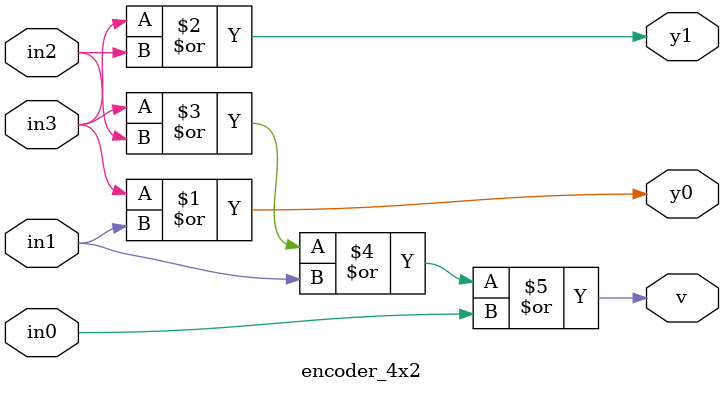
<source format=v>

module encoder_4x2(v,in3,in2,in1,in0,y1,y0);
input in3,in2,in1,in0;
output y1,y0,v;
assign y0=(in3|in1), y1=(in3|in2);
assign v=(in3|in2|in1|in0);
endmodule
/*
//Test Bench:

module encoder_4x2_tb();
reg in3,in2,in1,in0;
wire y1,y0;
encoder_4x2 e1(in3,in2,in1,in0,y1,y0);
initial
begin
	$monitor($time," A3=%b A2=%b A1=%b A0=%b Y1=%b Y0=%b",in3,in2,in1,in0,y1,y0);
end
initial
begin
	in3=1'b0; in2=1'b0; in1=1'b0; in0=1'b1;
	#5;
	in3=1'b0; in2=1'b0; in1=1'b1; in0=1'b0;
	#5;
	in3=1'b0; in2=1'b1; in1=1'b0; in0=1'b0;
	#5;
	in3=1'b1; in2=1'b0; in1=1'b0; in0=1'b0;
	#5;
end
endmodule
*/

</source>
